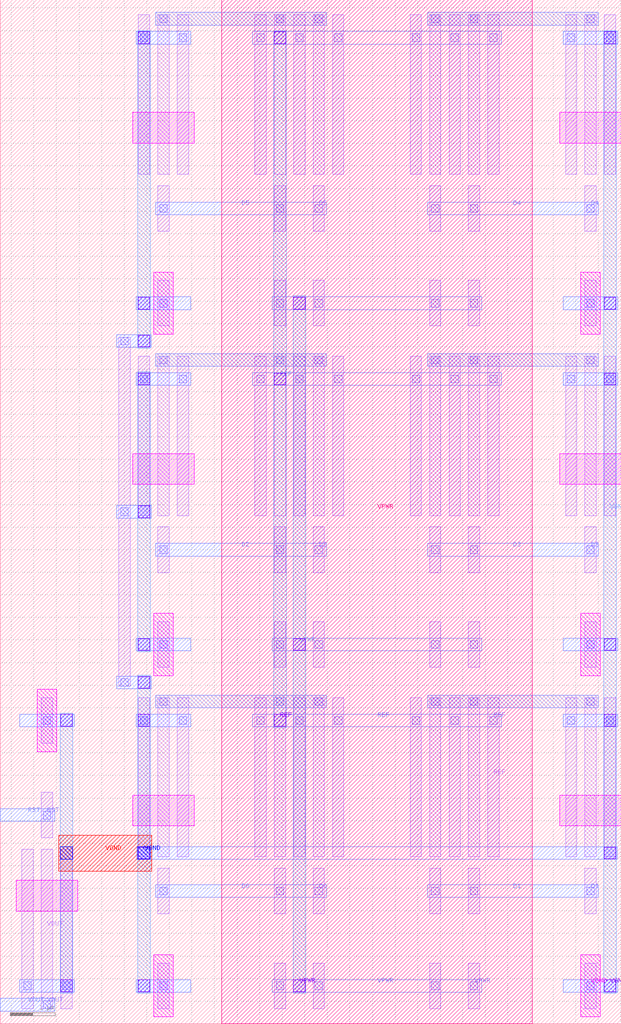
<source format=lef>
VERSION 5.7 ;
  NOWIREEXTENSIONATPIN ON ;
  DIVIDERCHAR "/" ;
  BUSBITCHARS "[]" ;
MACRO INV_B_13409687_0_1653520173
  CLASS BLOCK ;
  FOREIGN INV_B_13409687_0_1653520173 ;
  ORIGIN 0.000 0.000 ;
  SIZE 5.415 BY 7.560 ;
  OBS
      LAYER nwell ;
        RECT 0.000 0.000 3.440 7.560 ;
      LAYER pwell ;
        RECT 4.515 6.030 4.945 7.410 ;
        RECT 4.045 2.495 5.415 3.175 ;
      LAYER li1 ;
        RECT 1.165 6.215 1.415 7.225 ;
        RECT 2.025 6.215 2.275 7.225 ;
        RECT 4.605 6.215 4.855 7.225 ;
        RECT 1.165 4.115 1.415 5.125 ;
        RECT 2.025 4.115 2.275 5.125 ;
        RECT 4.605 4.115 4.855 5.125 ;
        RECT 0.735 0.335 0.985 3.865 ;
        RECT 1.165 0.335 1.415 3.865 ;
        RECT 1.595 0.335 1.845 3.865 ;
        RECT 2.025 0.335 2.275 3.865 ;
        RECT 2.455 0.335 2.705 3.865 ;
        RECT 4.175 0.335 4.425 3.865 ;
        RECT 4.605 0.335 4.855 3.865 ;
        RECT 5.035 0.335 5.285 3.865 ;
      LAYER mcon ;
        RECT 1.205 6.635 1.375 6.805 ;
        RECT 2.065 6.635 2.235 6.805 ;
        RECT 4.645 6.635 4.815 6.805 ;
        RECT 1.205 4.535 1.375 4.705 ;
        RECT 2.065 4.535 2.235 4.705 ;
        RECT 4.645 4.535 4.815 4.705 ;
        RECT 0.775 0.755 0.945 0.925 ;
        RECT 1.205 0.335 1.375 0.505 ;
        RECT 1.635 0.755 1.805 0.925 ;
        RECT 2.065 0.335 2.235 0.505 ;
        RECT 2.495 0.755 2.665 0.925 ;
        RECT 4.215 0.755 4.385 0.925 ;
        RECT 4.645 0.335 4.815 0.505 ;
        RECT 5.075 0.755 5.245 0.925 ;
      LAYER met1 ;
        RECT 1.120 6.580 2.320 6.860 ;
        RECT 4.130 6.580 5.330 6.860 ;
        RECT 1.120 4.480 4.900 4.760 ;
        RECT 0.690 0.700 2.750 0.980 ;
        RECT 4.130 0.700 5.330 0.980 ;
        RECT 1.120 0.280 4.900 0.560 ;
      LAYER via ;
        RECT 5.030 6.590 5.290 6.850 ;
        RECT 5.030 0.710 5.290 0.970 ;
      LAYER met2 ;
        RECT 5.020 0.680 5.300 6.880 ;
  END
END INV_B_13409687_0_1653520173
MACRO NMOS_S_22639876_X1_Y1_1653520174
  CLASS BLOCK ;
  FOREIGN NMOS_S_22639876_X1_Y1_1653520174 ;
  ORIGIN -0.260 -0.280 ;
  SIZE 1.715 BY 7.130 ;
  OBS
      LAYER pwell ;
        RECT 1.075 6.030 1.505 7.410 ;
        RECT 0.605 2.495 1.975 3.175 ;
      LAYER li1 ;
        RECT 1.165 6.215 1.415 7.225 ;
        RECT 1.165 4.115 1.415 5.125 ;
        RECT 0.735 0.335 0.985 3.865 ;
        RECT 1.165 0.335 1.415 3.865 ;
        RECT 1.595 0.335 1.845 3.865 ;
      LAYER mcon ;
        RECT 1.205 6.635 1.375 6.805 ;
        RECT 1.205 4.535 1.375 4.705 ;
        RECT 0.775 0.755 0.945 0.925 ;
        RECT 1.205 0.335 1.375 0.505 ;
        RECT 1.635 0.755 1.805 0.925 ;
      LAYER met1 ;
        RECT 0.690 6.580 1.890 6.860 ;
        RECT 0.260 4.480 1.460 4.760 ;
        RECT 0.690 0.700 1.890 0.980 ;
        RECT 0.260 0.280 1.460 0.560 ;
      LAYER via ;
        RECT 1.590 6.590 1.850 6.850 ;
        RECT 1.590 0.710 1.850 0.970 ;
      LAYER met2 ;
        RECT 1.580 0.680 1.860 6.880 ;
  END
END NMOS_S_22639876_X1_Y1_1653520174
MACRO DCDC_DAC
  CLASS BLOCK ;
  FOREIGN DCDC_DAC ;
  ORIGIN -0.260 0.000 ;
  SIZE 13.755 BY 22.680 ;
  PIN D0
    ANTENNAGATEAREA 0.378000 ;
    PORT
      LAYER li1 ;
        RECT 3.745 2.435 3.995 3.445 ;
        RECT 6.325 2.435 6.575 3.445 ;
        RECT 7.185 2.435 7.435 3.445 ;
      LAYER mcon ;
        RECT 3.785 2.855 3.955 3.025 ;
        RECT 6.365 2.855 6.535 3.025 ;
        RECT 7.225 2.855 7.395 3.025 ;
      LAYER met1 ;
        RECT 3.700 2.800 7.480 3.080 ;
    END
  END D0
  PIN VPWR
    USE POWER ;
    PORT
      LAYER nwell ;
        RECT 5.160 0.000 12.040 22.680 ;
      LAYER li1 ;
        RECT 6.325 15.455 6.575 16.465 ;
        RECT 7.185 15.455 7.435 16.465 ;
        RECT 9.765 15.455 10.015 16.465 ;
        RECT 10.625 15.455 10.875 16.465 ;
        RECT 6.325 7.895 6.575 8.905 ;
        RECT 7.185 7.895 7.435 8.905 ;
        RECT 9.765 7.895 10.015 8.905 ;
        RECT 10.625 7.895 10.875 8.905 ;
        RECT 6.325 0.335 6.575 1.345 ;
        RECT 7.185 0.335 7.435 1.345 ;
        RECT 9.765 0.335 10.015 1.345 ;
        RECT 10.625 0.335 10.875 1.345 ;
      LAYER mcon ;
        RECT 6.365 15.875 6.535 16.045 ;
        RECT 7.225 15.875 7.395 16.045 ;
        RECT 9.805 15.875 9.975 16.045 ;
        RECT 10.665 15.875 10.835 16.045 ;
        RECT 6.365 8.315 6.535 8.485 ;
        RECT 7.225 8.315 7.395 8.485 ;
        RECT 9.805 8.315 9.975 8.485 ;
        RECT 10.665 8.315 10.835 8.485 ;
        RECT 6.365 0.755 6.535 0.925 ;
        RECT 7.225 0.755 7.395 0.925 ;
        RECT 9.805 0.755 9.975 0.925 ;
        RECT 10.665 0.755 10.835 0.925 ;
      LAYER met1 ;
        RECT 6.280 15.820 10.920 16.100 ;
        RECT 6.280 8.260 10.920 8.540 ;
        RECT 6.280 0.700 10.920 0.980 ;
      LAYER via ;
        RECT 6.750 15.830 7.010 16.090 ;
        RECT 6.750 8.270 7.010 8.530 ;
        RECT 6.750 0.710 7.010 0.970 ;
      LAYER met2 ;
        RECT 6.740 0.680 7.020 16.120 ;
    END
  END VPWR
  PIN REF
    ANTENNADIFFAREA 2.041200 ;
    PORT
      LAYER li1 ;
        RECT 5.895 18.815 6.145 22.345 ;
        RECT 6.755 18.815 7.005 22.345 ;
        RECT 7.615 18.815 7.865 22.345 ;
        RECT 9.335 18.815 9.585 22.345 ;
        RECT 10.195 18.815 10.445 22.345 ;
        RECT 11.055 18.815 11.305 22.345 ;
        RECT 5.895 11.255 6.145 14.785 ;
        RECT 6.755 11.255 7.005 14.785 ;
        RECT 7.615 11.255 7.865 14.785 ;
        RECT 9.335 11.255 9.585 14.785 ;
        RECT 10.195 11.255 10.445 14.785 ;
        RECT 11.055 11.255 11.305 14.785 ;
        RECT 5.895 3.695 6.145 7.225 ;
        RECT 6.755 3.695 7.005 7.225 ;
        RECT 7.615 3.695 7.865 7.225 ;
        RECT 9.335 3.695 9.585 7.225 ;
        RECT 10.195 3.695 10.445 7.225 ;
        RECT 11.055 3.695 11.305 7.225 ;
      LAYER mcon ;
        RECT 5.935 21.755 6.105 21.925 ;
        RECT 6.795 21.755 6.965 21.925 ;
        RECT 7.655 21.755 7.825 21.925 ;
        RECT 9.375 21.755 9.545 21.925 ;
        RECT 10.235 21.755 10.405 21.925 ;
        RECT 11.095 21.755 11.265 21.925 ;
        RECT 5.935 14.195 6.105 14.365 ;
        RECT 6.795 14.195 6.965 14.365 ;
        RECT 7.655 14.195 7.825 14.365 ;
        RECT 9.375 14.195 9.545 14.365 ;
        RECT 10.235 14.195 10.405 14.365 ;
        RECT 11.095 14.195 11.265 14.365 ;
        RECT 5.935 6.635 6.105 6.805 ;
        RECT 6.795 6.635 6.965 6.805 ;
        RECT 7.655 6.635 7.825 6.805 ;
        RECT 9.375 6.635 9.545 6.805 ;
        RECT 10.235 6.635 10.405 6.805 ;
        RECT 11.095 6.635 11.265 6.805 ;
      LAYER met1 ;
        RECT 5.850 21.700 11.350 21.980 ;
        RECT 5.850 14.140 11.350 14.420 ;
        RECT 5.850 6.580 11.350 6.860 ;
      LAYER via ;
        RECT 6.320 21.710 6.580 21.970 ;
        RECT 6.320 14.150 6.580 14.410 ;
        RECT 6.320 6.590 6.580 6.850 ;
      LAYER met2 ;
        RECT 6.310 6.560 6.590 22.000 ;
    END
  END REF
  PIN D5
    ANTENNAGATEAREA 0.378000 ;
    PORT
      LAYER li1 ;
        RECT 3.745 17.555 3.995 18.565 ;
        RECT 6.325 17.555 6.575 18.565 ;
        RECT 7.185 17.555 7.435 18.565 ;
      LAYER mcon ;
        RECT 3.785 17.975 3.955 18.145 ;
        RECT 6.365 17.975 6.535 18.145 ;
        RECT 7.225 17.975 7.395 18.145 ;
      LAYER met1 ;
        RECT 3.700 17.920 7.480 18.200 ;
    END
  END D5
  PIN D1
    ANTENNAGATEAREA 0.378000 ;
    PORT
      LAYER li1 ;
        RECT 9.765 2.435 10.015 3.445 ;
        RECT 10.625 2.435 10.875 3.445 ;
        RECT 13.205 2.435 13.455 3.445 ;
      LAYER mcon ;
        RECT 9.805 2.855 9.975 3.025 ;
        RECT 10.665 2.855 10.835 3.025 ;
        RECT 13.245 2.855 13.415 3.025 ;
      LAYER met1 ;
        RECT 9.720 2.800 13.500 3.080 ;
    END
  END D1
  PIN D2
    ANTENNAGATEAREA 0.378000 ;
    PORT
      LAYER li1 ;
        RECT 3.745 9.995 3.995 11.005 ;
        RECT 6.325 9.995 6.575 11.005 ;
        RECT 7.185 9.995 7.435 11.005 ;
      LAYER mcon ;
        RECT 3.785 10.415 3.955 10.585 ;
        RECT 6.365 10.415 6.535 10.585 ;
        RECT 7.225 10.415 7.395 10.585 ;
      LAYER met1 ;
        RECT 3.700 10.360 7.480 10.640 ;
    END
  END D2
  PIN D3
    ANTENNAGATEAREA 0.378000 ;
    PORT
      LAYER li1 ;
        RECT 9.765 9.995 10.015 11.005 ;
        RECT 10.625 9.995 10.875 11.005 ;
        RECT 13.205 9.995 13.455 11.005 ;
      LAYER mcon ;
        RECT 9.805 10.415 9.975 10.585 ;
        RECT 10.665 10.415 10.835 10.585 ;
        RECT 13.245 10.415 13.415 10.585 ;
      LAYER met1 ;
        RECT 9.720 10.360 13.500 10.640 ;
    END
  END D3
  PIN D4
    ANTENNAGATEAREA 0.378000 ;
    PORT
      LAYER li1 ;
        RECT 9.765 17.555 10.015 18.565 ;
        RECT 10.625 17.555 10.875 18.565 ;
        RECT 13.205 17.555 13.455 18.565 ;
      LAYER mcon ;
        RECT 9.805 17.975 9.975 18.145 ;
        RECT 10.665 17.975 10.835 18.145 ;
        RECT 13.245 17.975 13.415 18.145 ;
      LAYER met1 ;
        RECT 9.720 17.920 13.500 18.200 ;
    END
  END D4
  PIN VOUT
    ANTENNADIFFAREA 0.117600 ;
    PORT
      LAYER li1 ;
        RECT 1.165 0.335 1.415 3.865 ;
      LAYER mcon ;
        RECT 1.205 0.335 1.375 0.505 ;
      LAYER met1 ;
        RECT 0.260 0.280 1.460 0.560 ;
    END
  END VOUT
  PIN RST
    ANTENNAGATEAREA 0.126000 ;
    PORT
      LAYER li1 ;
        RECT 1.165 4.115 1.415 5.125 ;
      LAYER mcon ;
        RECT 1.205 4.535 1.375 4.705 ;
      LAYER met1 ;
        RECT 0.260 4.480 1.460 4.760 ;
    END
  END RST
  PIN VGND
    USE GROUND ;
    PORT
      LAYER pwell ;
        RECT 3.655 15.270 4.085 16.650 ;
        RECT 13.115 15.270 13.545 16.650 ;
        RECT 3.655 7.710 4.085 9.090 ;
        RECT 13.115 7.710 13.545 9.090 ;
        RECT 1.075 6.030 1.505 7.410 ;
        RECT 3.655 0.150 4.085 1.530 ;
        RECT 13.115 0.150 13.545 1.530 ;
      LAYER li1 ;
        RECT 3.315 18.815 3.565 22.345 ;
        RECT 4.175 18.815 4.425 22.345 ;
        RECT 12.775 18.815 13.025 22.345 ;
        RECT 13.635 18.815 13.885 22.345 ;
        RECT 3.745 15.455 3.995 16.465 ;
        RECT 13.205 15.455 13.455 16.465 ;
        RECT 2.885 7.475 3.135 15.205 ;
        RECT 3.315 11.255 3.565 14.785 ;
        RECT 4.175 11.255 4.425 14.785 ;
        RECT 12.775 11.255 13.025 14.785 ;
        RECT 13.635 11.255 13.885 14.785 ;
        RECT 3.745 7.895 3.995 8.905 ;
        RECT 13.205 7.895 13.455 8.905 ;
        RECT 1.165 6.215 1.415 7.225 ;
        RECT 0.735 0.335 0.985 3.865 ;
        RECT 1.595 0.335 1.845 3.865 ;
        RECT 3.315 3.695 3.565 7.225 ;
        RECT 4.175 3.695 4.425 7.225 ;
        RECT 12.775 3.695 13.025 7.225 ;
        RECT 13.635 3.695 13.885 7.225 ;
        RECT 3.745 0.335 3.995 1.345 ;
        RECT 13.205 0.335 13.455 1.345 ;
      LAYER mcon ;
        RECT 3.355 21.755 3.525 21.925 ;
        RECT 4.215 21.755 4.385 21.925 ;
        RECT 12.815 21.755 12.985 21.925 ;
        RECT 13.675 21.755 13.845 21.925 ;
        RECT 3.785 15.875 3.955 16.045 ;
        RECT 13.245 15.875 13.415 16.045 ;
        RECT 2.925 15.035 3.095 15.205 ;
        RECT 2.925 11.255 3.095 11.425 ;
        RECT 3.355 14.195 3.525 14.365 ;
        RECT 4.215 14.195 4.385 14.365 ;
        RECT 12.815 14.195 12.985 14.365 ;
        RECT 13.675 14.195 13.845 14.365 ;
        RECT 3.785 8.315 3.955 8.485 ;
        RECT 13.245 8.315 13.415 8.485 ;
        RECT 2.925 7.475 3.095 7.645 ;
        RECT 1.205 6.635 1.375 6.805 ;
        RECT 3.355 6.635 3.525 6.805 ;
        RECT 0.775 0.755 0.945 0.925 ;
        RECT 4.215 6.635 4.385 6.805 ;
        RECT 12.815 6.635 12.985 6.805 ;
        RECT 13.675 6.635 13.845 6.805 ;
        RECT 1.635 0.755 1.805 0.925 ;
        RECT 3.785 0.755 3.955 0.925 ;
        RECT 13.245 0.755 13.415 0.925 ;
      LAYER met1 ;
        RECT 3.270 21.700 4.470 21.980 ;
        RECT 12.730 21.700 13.930 21.980 ;
        RECT 3.270 15.820 4.470 16.100 ;
        RECT 12.730 15.820 13.930 16.100 ;
        RECT 2.840 14.980 3.600 15.260 ;
        RECT 3.270 14.140 4.470 14.420 ;
        RECT 12.730 14.140 13.930 14.420 ;
        RECT 2.840 11.200 3.600 11.480 ;
        RECT 3.270 8.260 4.470 8.540 ;
        RECT 12.730 8.260 13.930 8.540 ;
        RECT 2.840 7.420 3.600 7.700 ;
        RECT 0.690 6.580 1.890 6.860 ;
        RECT 3.270 6.580 4.470 6.860 ;
        RECT 12.730 6.580 13.930 6.860 ;
        RECT 3.280 3.640 13.920 3.920 ;
        RECT 0.690 0.700 1.890 0.980 ;
        RECT 3.270 0.700 4.470 0.980 ;
        RECT 12.730 0.700 13.930 0.980 ;
      LAYER via ;
        RECT 3.310 21.710 3.570 21.970 ;
        RECT 13.630 21.710 13.890 21.970 ;
        RECT 3.310 15.830 3.570 16.090 ;
        RECT 13.630 15.830 13.890 16.090 ;
        RECT 3.310 14.990 3.570 15.250 ;
        RECT 3.310 14.150 3.570 14.410 ;
        RECT 13.630 14.150 13.890 14.410 ;
        RECT 3.310 11.210 3.570 11.470 ;
        RECT 3.310 8.270 3.570 8.530 ;
        RECT 13.630 8.270 13.890 8.530 ;
        RECT 3.310 7.430 3.570 7.690 ;
        RECT 1.590 6.590 1.850 6.850 ;
        RECT 3.310 6.590 3.570 6.850 ;
        RECT 13.630 6.590 13.890 6.850 ;
        RECT 3.310 3.650 3.570 3.910 ;
        RECT 13.630 3.650 13.890 3.910 ;
        RECT 1.590 0.710 1.850 0.970 ;
        RECT 3.310 0.710 3.570 0.970 ;
        RECT 13.630 0.710 13.890 0.970 ;
      LAYER met2 ;
        RECT 3.300 14.960 3.580 22.000 ;
        RECT 3.300 8.240 3.580 14.440 ;
        RECT 1.580 0.680 1.860 6.880 ;
        RECT 3.300 0.680 3.580 7.720 ;
        RECT 13.620 0.680 13.900 22.000 ;
      LAYER via2 ;
        RECT 1.580 3.640 1.860 3.920 ;
        RECT 3.300 3.640 3.580 3.920 ;
      LAYER met3 ;
        RECT 1.555 3.380 3.605 4.180 ;
    END
  END VGND
  OBS
      LAYER pwell ;
        RECT 3.185 19.505 4.555 20.185 ;
        RECT 12.645 19.505 14.015 20.185 ;
        RECT 3.185 11.945 4.555 12.625 ;
        RECT 12.645 11.945 14.015 12.625 ;
        RECT 3.185 4.385 4.555 5.065 ;
        RECT 12.645 4.385 14.015 5.065 ;
        RECT 0.605 2.495 1.975 3.175 ;
      LAYER li1 ;
        RECT 3.745 18.815 3.995 22.345 ;
        RECT 6.325 18.815 6.575 22.345 ;
        RECT 7.185 18.815 7.435 22.345 ;
        RECT 9.765 18.815 10.015 22.345 ;
        RECT 10.625 18.815 10.875 22.345 ;
        RECT 13.205 18.815 13.455 22.345 ;
        RECT 3.745 11.255 3.995 14.785 ;
        RECT 6.325 11.255 6.575 14.785 ;
        RECT 7.185 11.255 7.435 14.785 ;
        RECT 9.765 11.255 10.015 14.785 ;
        RECT 10.625 11.255 10.875 14.785 ;
        RECT 13.205 11.255 13.455 14.785 ;
        RECT 3.745 3.695 3.995 7.225 ;
        RECT 6.325 3.695 6.575 7.225 ;
        RECT 7.185 3.695 7.435 7.225 ;
        RECT 9.765 3.695 10.015 7.225 ;
        RECT 10.625 3.695 10.875 7.225 ;
        RECT 13.205 3.695 13.455 7.225 ;
      LAYER mcon ;
        RECT 3.785 22.175 3.955 22.345 ;
        RECT 6.365 22.175 6.535 22.345 ;
        RECT 7.225 22.175 7.395 22.345 ;
        RECT 9.805 22.175 9.975 22.345 ;
        RECT 10.665 22.175 10.835 22.345 ;
        RECT 13.245 22.175 13.415 22.345 ;
        RECT 3.785 14.615 3.955 14.785 ;
        RECT 6.365 14.615 6.535 14.785 ;
        RECT 7.225 14.615 7.395 14.785 ;
        RECT 9.805 14.615 9.975 14.785 ;
        RECT 10.665 14.615 10.835 14.785 ;
        RECT 13.245 14.615 13.415 14.785 ;
        RECT 3.785 7.055 3.955 7.225 ;
        RECT 6.365 7.055 6.535 7.225 ;
        RECT 7.225 7.055 7.395 7.225 ;
        RECT 9.805 7.055 9.975 7.225 ;
        RECT 10.665 7.055 10.835 7.225 ;
        RECT 13.245 7.055 13.415 7.225 ;
      LAYER met1 ;
        RECT 3.700 22.120 7.480 22.400 ;
        RECT 9.720 22.120 13.500 22.400 ;
        RECT 3.700 14.560 7.480 14.840 ;
        RECT 9.720 14.560 13.500 14.840 ;
        RECT 3.700 7.000 7.480 7.280 ;
        RECT 9.720 7.000 13.500 7.280 ;
  END
END DCDC_DAC
END LIBRARY

</source>
